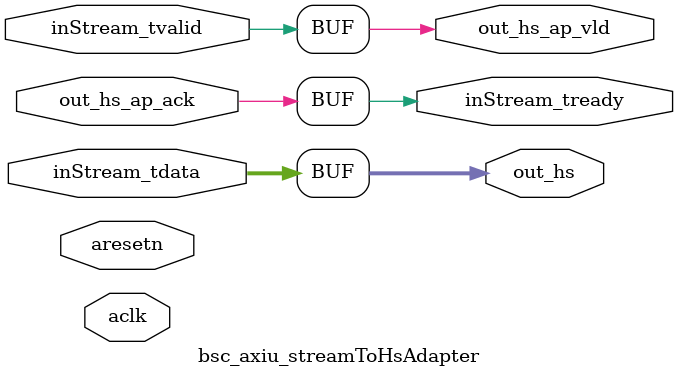
<source format=v>
/*------------------------------------------------------------------------*/
/*    (C) Copyright 2017-2025 Barcelona Supercomputing Center             */
/*                            Centro Nacional de Supercomputacion         */
/*                                                                        */
/*    This file is part of OmpSs@FPGA toolchain.                          */
/*                                                                        */
/*    This code is free software; you can redistribute it and/or modify   */
/*    it under the terms of the GNU Lesser General Public License as      */
/*    published by the Free Software Foundation; either version 3 of      */
/*    the License, or (at your option) any later version.                 */
/*                                                                        */
/*    OmpSs@FPGA toolchain is distributed in the hope that it will be     */
/*    useful, but WITHOUT ANY WARRANTY; without even the implied          */
/*    warranty of MERCHANTABILITY or FITNESS FOR A PARTICULAR PURPOSE.    */
/*    See the GNU Lesser General Public License for more details.         */
/*                                                                        */
/*    You should have received a copy of the GNU Lesser General Public    */
/*    License along with this code. If not, see <www.gnu.org/licenses/>.  */
/*------------------------------------------------------------------------*/

module bsc_axiu_streamToHsAdapter #(
    parameter USE_BUFFER = 0
)
(
    input aclk,
    input aresetn,

    input [63:0] inStream_tdata,
    input        inStream_tvalid,
    output       inStream_tready,

    output [63:0] out_hs,
    output        out_hs_ap_vld,
    input         out_hs_ap_ack
);

    if (USE_BUFFER) begin

    localparam IDLE = 0;
    localparam WAIT_ACK = 1;

    reg [0:0] state;
    reg [63:0] buf_data;

    assign inStream_tready = state == IDLE;

    assign out_hs_ap_vld = state == WAIT_ACK;
    assign out_hs = buf_data;

    always @(posedge aclk) begin

        case (state)

            IDLE: begin
                buf_data <= inStream_tdata;

                if (inStream_tvalid) begin
                    state <= WAIT_ACK;
                end
            end

            WAIT_ACK: begin
                if (out_hs_ap_ack) begin
                    state <= IDLE;
                end
            end

        endcase

        if (!aresetn) begin
            state <= IDLE;
        end
    end

    end else begin

    assign out_hs_ap_vld = inStream_tvalid;
    assign out_hs = inStream_tdata;

    assign inStream_tready = out_hs_ap_ack;

    end

endmodule

</source>
